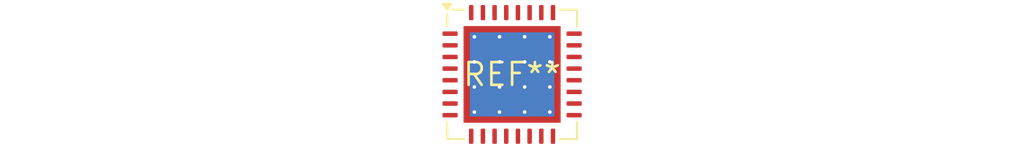
<source format=kicad_pcb>
(kicad_pcb (version 20240108) (generator pcbnew)
  (layers (0 "F.Cu" signal) (31 "B.Cu" signal) (34 "B.Paste" user) (35 "F.Paste" user) (36 "B.SilkS" user "B.Silkscreen") (37 "F.SilkS" user "F.Silkscreen") (38 "B.Mask" user) (39 "F.Mask" user) (44 "Edge.Cuts" user))
  (net 0 "")
  (footprint "QFN-32-1EP_7x7mm_P0.65mm_EP5.4x5.4mm_ThermalVias" (layer "F.Cu") (at 0 0)
    (property "Reference" "REF**")
    (property "Value" "QFN-32-1EP_7x7mm_P0.65mm_EP5.4x5.4mm_ThermalVias")
    (fp_line (start -3.61 -2.66) (end -3.61 -3.37) (layer "F.SilkS") (stroke (width 0.12)))
    (fp_line (start -3.61 3.61) (end -3.61 2.66) (layer "F.SilkS") (stroke (width 0.12)))
    (fp_line (start -2.66 -3.61) (end -3.31 -3.61) (layer "F.SilkS") (stroke (width 0.12)))
    (fp_line (start -2.66 3.61) (end -3.61 3.61) (layer "F.SilkS") (stroke (width 0.12)))
    (fp_line (start 2.66 -3.61) (end 3.61 -3.61) (layer "F.SilkS") (stroke (width 0.12)))
    (fp_line (start 2.66 3.61) (end 3.61 3.61) (layer "F.SilkS") (stroke (width 0.12)))
    (fp_line (start 3.61 -3.61) (end 3.61 -2.66) (layer "F.SilkS") (stroke (width 0.12)))
    (fp_line (start 3.61 3.61) (end 3.61 2.66) (layer "F.SilkS") (stroke (width 0.12)))
    (fp_poly (pts (xy -3.61 -3.61) (xy -3.85 -3.94) (xy -3.37 -3.94) (xy -3.61 -3.61)) (layer "F.SilkS") (stroke (width 0.12)) (fill solid))
    (pad "1" smd roundrect (at -3.45 -2.275) (size 0.85 0.25) (layers "F.Cu" "F.Paste" "F.Mask"))
    (pad "2" smd roundrect (at -3.45 -1.625) (size 0.85 0.25) (layers "F.Cu" "F.Paste" "F.Mask"))
    (pad "3" smd roundrect (at -3.45 -0.975) (size 0.85 0.25) (layers "F.Cu" "F.Paste" "F.Mask"))
    (pad "4" smd roundrect (at -3.45 -0.325) (size 0.85 0.25) (layers "F.Cu" "F.Paste" "F.Mask"))
    (pad "5" smd roundrect (at -3.45 0.325) (size 0.85 0.25) (layers "F.Cu" "F.Paste" "F.Mask"))
    (pad "6" smd roundrect (at -3.45 0.975) (size 0.85 0.25) (layers "F.Cu" "F.Paste" "F.Mask"))
    (pad "7" smd roundrect (at -3.45 1.625) (size 0.85 0.25) (layers "F.Cu" "F.Paste" "F.Mask"))
    (pad "8" smd roundrect (at -3.45 2.275) (size 0.85 0.25) (layers "F.Cu" "F.Paste" "F.Mask"))
    (pad "9" smd roundrect (at -2.275 3.45) (size 0.25 0.85) (layers "F.Cu" "F.Paste" "F.Mask"))
    (pad "10" smd roundrect (at -1.625 3.45) (size 0.25 0.85) (layers "F.Cu" "F.Paste" "F.Mask"))
    (pad "11" smd roundrect (at -0.975 3.45) (size 0.25 0.85) (layers "F.Cu" "F.Paste" "F.Mask"))
    (pad "12" smd roundrect (at -0.325 3.45) (size 0.25 0.85) (layers "F.Cu" "F.Paste" "F.Mask"))
    (pad "13" smd roundrect (at 0.325 3.45) (size 0.25 0.85) (layers "F.Cu" "F.Paste" "F.Mask"))
    (pad "14" smd roundrect (at 0.975 3.45) (size 0.25 0.85) (layers "F.Cu" "F.Paste" "F.Mask"))
    (pad "15" smd roundrect (at 1.625 3.45) (size 0.25 0.85) (layers "F.Cu" "F.Paste" "F.Mask"))
    (pad "16" smd roundrect (at 2.275 3.45) (size 0.25 0.85) (layers "F.Cu" "F.Paste" "F.Mask"))
    (pad "17" smd roundrect (at 3.45 2.275) (size 0.85 0.25) (layers "F.Cu" "F.Paste" "F.Mask"))
    (pad "18" smd roundrect (at 3.45 1.625) (size 0.85 0.25) (layers "F.Cu" "F.Paste" "F.Mask"))
    (pad "19" smd roundrect (at 3.45 0.975) (size 0.85 0.25) (layers "F.Cu" "F.Paste" "F.Mask"))
    (pad "20" smd roundrect (at 3.45 0.325) (size 0.85 0.25) (layers "F.Cu" "F.Paste" "F.Mask"))
    (pad "21" smd roundrect (at 3.45 -0.325) (size 0.85 0.25) (layers "F.Cu" "F.Paste" "F.Mask"))
    (pad "22" smd roundrect (at 3.45 -0.975) (size 0.85 0.25) (layers "F.Cu" "F.Paste" "F.Mask"))
    (pad "23" smd roundrect (at 3.45 -1.625) (size 0.85 0.25) (layers "F.Cu" "F.Paste" "F.Mask"))
    (pad "24" smd roundrect (at 3.45 -2.275) (size 0.85 0.25) (layers "F.Cu" "F.Paste" "F.Mask"))
    (pad "25" smd roundrect (at 2.275 -3.45) (size 0.25 0.85) (layers "F.Cu" "F.Paste" "F.Mask"))
    (pad "26" smd roundrect (at 1.625 -3.45) (size 0.25 0.85) (layers "F.Cu" "F.Paste" "F.Mask"))
    (pad "27" smd roundrect (at 0.975 -3.45) (size 0.25 0.85) (layers "F.Cu" "F.Paste" "F.Mask"))
    (pad "28" smd roundrect (at 0.325 -3.45) (size 0.25 0.85) (layers "F.Cu" "F.Paste" "F.Mask"))
    (pad "29" smd roundrect (at -0.325 -3.45) (size 0.25 0.85) (layers "F.Cu" "F.Paste" "F.Mask"))
    (pad "30" smd roundrect (at -0.975 -3.45) (size 0.25 0.85) (layers "F.Cu" "F.Paste" "F.Mask"))
    (pad "31" smd roundrect (at -1.625 -3.45) (size 0.25 0.85) (layers "F.Cu" "F.Paste" "F.Mask"))
    (pad "32" smd roundrect (at -2.275 -3.45) (size 0.25 0.85) (layers "F.Cu" "F.Paste" "F.Mask"))
    (pad "33" thru_hole circle (at -2.1 -2.1) (size 0.5 0.5) (drill 0.2) (property pad_prop_heatsink) (layers *.Cu) (remove_unused_layers))
    (pad "33" thru_hole circle (at -2.1 -0.7) (size 0.5 0.5) (drill 0.2) (property pad_prop_heatsink) (layers *.Cu) (remove_unused_layers))
    (pad "33" thru_hole circle (at -2.1 0.7) (size 0.5 0.5) (drill 0.2) (property pad_prop_heatsink) (layers *.Cu) (remove_unused_layers))
    (pad "33" thru_hole circle (at -2.1 2.1) (size 0.5 0.5) (drill 0.2) (property pad_prop_heatsink) (layers *.Cu) (remove_unused_layers))
    (pad "33" thru_hole circle (at -0.7 -2.1) (size 0.5 0.5) (drill 0.2) (property pad_prop_heatsink) (layers *.Cu) (remove_unused_layers))
    (pad "33" thru_hole circle (at -0.7 -0.7) (size 0.5 0.5) (drill 0.2) (property pad_prop_heatsink) (layers *.Cu) (remove_unused_layers))
    (pad "33" thru_hole circle (at -0.7 0.7) (size 0.5 0.5) (drill 0.2) (property pad_prop_heatsink) (layers *.Cu) (remove_unused_layers))
    (pad "33" thru_hole circle (at -0.7 2.1) (size 0.5 0.5) (drill 0.2) (property pad_prop_heatsink) (layers *.Cu) (remove_unused_layers))
    (pad "33" smd rect (at 0 0) (size 4.7 4.7) (property pad_prop_heatsink) (layers "B.Cu"))
    (pad "33" smd rect (at 0 0) (size 5.4 5.4) (property pad_prop_heatsink) (layers "F.Cu" "F.Mask"))
    (pad "33" thru_hole circle (at 0.7 -2.1) (size 0.5 0.5) (drill 0.2) (property pad_prop_heatsink) (layers *.Cu) (remove_unused_layers))
    (pad "33" thru_hole circle (at 0.7 -0.7) (size 0.5 0.5) (drill 0.2) (property pad_prop_heatsink) (layers *.Cu) (remove_unused_layers))
    (pad "33" thru_hole circle (at 0.7 0.7) (size 0.5 0.5) (drill 0.2) (property pad_prop_heatsink) (layers *.Cu) (remove_unused_layers))
    (pad "33" thru_hole circle (at 0.7 2.1) (size 0.5 0.5) (drill 0.2) (property pad_prop_heatsink) (layers *.Cu) (remove_unused_layers))
    (pad "33" thru_hole circle (at 2.1 -2.1) (size 0.5 0.5) (drill 0.2) (property pad_prop_heatsink) (layers *.Cu) (remove_unused_layers))
    (pad "33" thru_hole circle (at 2.1 -0.7) (size 0.5 0.5) (drill 0.2) (property pad_prop_heatsink) (layers *.Cu) (remove_unused_layers))
    (pad "33" thru_hole circle (at 2.1 0.7) (size 0.5 0.5) (drill 0.2) (property pad_prop_heatsink) (layers *.Cu) (remove_unused_layers))
    (pad "33" thru_hole circle (at 2.1 2.1) (size 0.5 0.5) (drill 0.2) (property pad_prop_heatsink) (layers *.Cu) (remove_unused_layers))
  )
)
</source>
